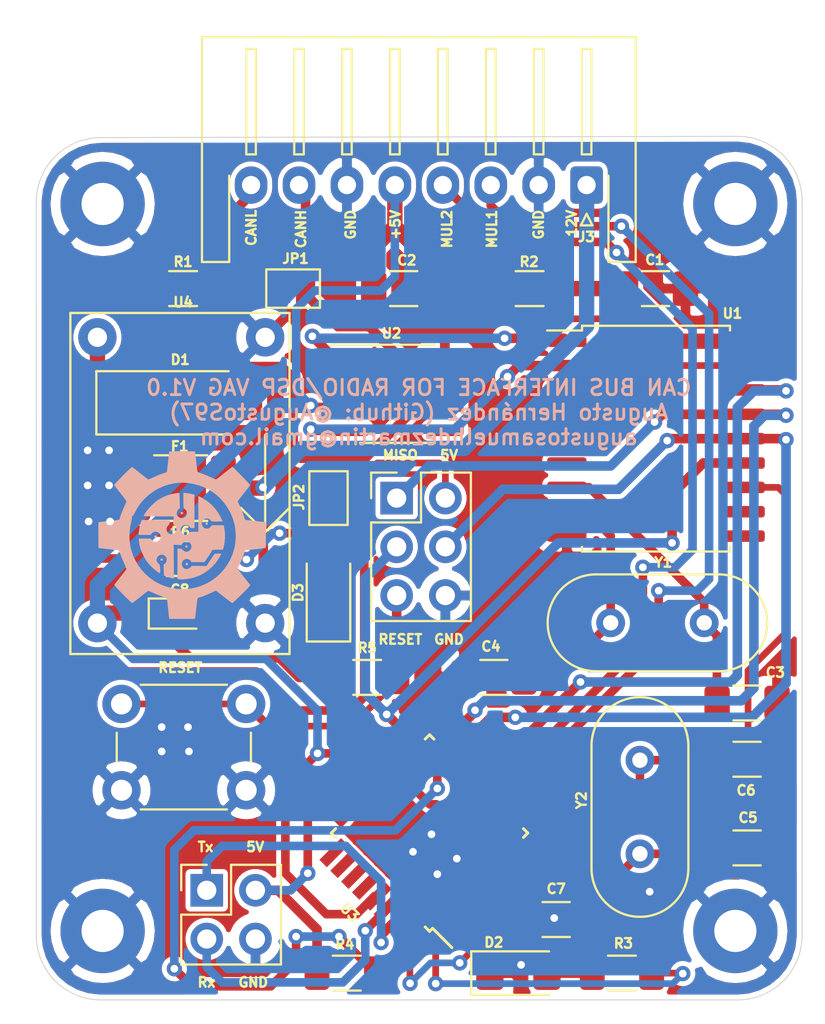
<source format=kicad_pcb>
(kicad_pcb (version 20171130) (host pcbnew "(5.1.10)-1")
  (title_block (title "CANBUS Radio VAG Controller") (date 2023-01-14) (rev 1.0) (company "Augusto Samuel Hernández Martín"))
  (layers (0 F.Cu signal) (31 B.Cu signal) (34 B.Paste user) (35 F.Paste user) (36 B.SilkS user) (37 F.SilkS user) (38 B.Mask user) (39 F.Mask user) (44 Edge.Cuts user))
  (net 0 "")
  (net 1 GND)
  (net 2 +5V)
  (net 3 "Net-(C3-Pad1)")
  (net 4 /RESET)
  (net 5 CANH)
  (net 6 CANL)
  (net 7 TX)
  (net 8 RX)
  (net 9 /MOSI)
  (net 10 /SCK)
  (net 11 /MISO)
  (net 12 /SS_MCP)
  (net 13 MCP_INT)
  (net 14 RXCAN)
  (net 15 TXCAN)
  (net 16 "Net-(C4-Pad1)")
  (net 17 "Net-(C5-Pad1)")
  (net 18 "Net-(C6-Pad1)")
  (net 19 "Net-(D1-Pad2)")
  (net 20 "Net-(D1-Pad1)")
  (net 21 "Net-(D2-Pad2)")
  (net 22 "Net-(D3-Pad2)")
  (net 23 +12V)
  (net 24 /MULT_2)
  (net 25 /MULT_1)
  (net 26 "Net-(JP1-Pad2)")
  (net 27 "Net-(JP2-Pad2)")
  (net 28 "Net-(R2-Pad2)")
  (net 29 "Net-(R3-Pad1)")
  (module SmartBMS:MP2307 (layer F.Cu) (at 81.9785 60.452 270)
    (fp_text reference U4 (at -1.8288 4.2799 180) (layer F.SilkS) (effects (font (size 0.5 0.5) (thickness 0.125))))
    (fp_text value MP2307)
    (pad 3 thru_hole circle (at 14.9 8.75 270) (size 2 2) (drill 1) (layers *.Cu *.Mask) (net 2 +5V))
    (pad 1 thru_hole circle (at 0 8.75 270) (size 2 2) (drill 1) (layers *.Cu *.Mask) (net 20 "Net-(D1-Pad1)"))
    (pad 4 thru_hole circle (at 14.9 0 270) (size 2 2) (drill 1) (layers *.Cu *.Mask) (net 1 GND))
    (pad 2 thru_hole circle (at 0 0 270) (size 2 2) (drill 1) (layers *.Cu *.Mask) (net 1 GND))
  )
  (module logos_pcb:logo_augusto (layer B.Cu) (at 77.6478 70.7644)
    (fp_text reference G*** hide)
    (fp_text value LOGO hide)
  )
  (module MountingHole:MountingHole_2.2mm_M2_Pad (layer F.Cu) (at 73.5 91.4)
    (fp_text reference H4 hide)
    (fp_text value MountingHole hide)
    (pad 1 thru_hole circle (at 0 0) (size 4.4 4.4) (drill 2.2) (layers *.Cu *.Mask) (net 1 GND))
  )
  (module MountingHole:MountingHole_2.2mm_M2_Pad (layer F.Cu) (at 106.5 91.4)
    (fp_text reference H3 hide)
    (fp_text value MountingHole hide)
    (pad 1 thru_hole circle (at 0 0) (size 4.4 4.4) (drill 2.2) (layers *.Cu *.Mask) (net 1 GND))
  )
  (module MountingHole:MountingHole_2.2mm_M2_Pad (layer F.Cu) (at 73.5 53.5)
    (fp_text reference H2 hide)
    (fp_text value MountingHole hide)
    (pad 1 thru_hole circle (at 0 0) (size 4.4 4.4) (drill 2.2) (layers *.Cu *.Mask) (net 1 GND))
  )
  (module MountingHole:MountingHole_2.2mm_M2_Pad (layer F.Cu) (at 106.5 53.5)
    (fp_text reference H1 hide)
    (fp_text value MountingHole hide)
    (pad 1 thru_hole circle (at 0 0) (size 4.4 4.4) (drill 2.2) (layers *.Cu *.Mask) (net 1 GND))
  )
  (module Diode_SMD:D_SMA_Handsoldering (layer F.Cu) (at 77.5716 63.8683)
    (fp_text reference D1 (at -0.0254 -2.2479) (layer F.SilkS) (effects (font (size 0.5 0.5) (thickness 0.125))))
    (fp_text value 1N4007)
    (pad 2 smd rect (at 2.5 0) (size 3.5 1.8) (layers F.Cu F.Paste F.Mask) (net 19 "Net-(D1-Pad2)"))
    (pad 1 smd rect (at -2.5 0) (size 3.5 1.8) (layers F.Cu F.Paste F.Mask) (net 20 "Net-(D1-Pad1)"))
  )
  (module SmartBMS:TQFP-32_7x7mm_P0.8mm (layer F.Cu) (at 90.551 86.2965 135)
    (fp_text reference U3 (at 0.026941 -5.864107 135) (layer F.SilkS) (effects (font (size 0.5 0.5) (thickness 0.125))))
    (fp_text value ATmega328P-PU)
    (pad 32 smd rect (at -2.8 -4.25 225) (size 1.6 0.55) (layers F.Cu F.Paste F.Mask) (net 13 MCP_INT))
    (pad 31 smd rect (at -2 -4.25 225) (size 1.6 0.55) (layers F.Cu F.Paste F.Mask) (net 7 TX))
    (pad 30 smd rect (at -1.2 -4.25 225) (size 1.6 0.55) (layers F.Cu F.Paste F.Mask) (net 8 RX))
    (pad 29 smd rect (at -0.4 -4.25 225) (size 1.6 0.55) (layers F.Cu F.Paste F.Mask) (net 4 /RESET))
    (pad 28 smd rect (at 0.4 -4.25 225) (size 1.6 0.55) (layers F.Cu F.Paste F.Mask))
    (pad 27 smd rect (at 1.2 -4.25 225) (size 1.6 0.55) (layers F.Cu F.Paste F.Mask))
    (pad 26 smd rect (at 2 -4.25 225) (size 1.6 0.55) (layers F.Cu F.Paste F.Mask))
    (pad 25 smd rect (at 2.8 -4.25 225) (size 1.6 0.55) (layers F.Cu F.Paste F.Mask))
    (pad 24 smd rect (at 4.25 -2.8 135) (size 1.6 0.55) (layers F.Cu F.Paste F.Mask))
    (pad 23 smd rect (at 4.25 -2 135) (size 1.6 0.55) (layers F.Cu F.Paste F.Mask))
    (pad 22 smd rect (at 4.25 -1.2 135) (size 1.6 0.55) (layers F.Cu F.Paste F.Mask))
    (pad 21 smd rect (at 4.25 -0.4 135) (size 1.6 0.55) (layers F.Cu F.Paste F.Mask) (net 1 GND))
    (pad 20 smd rect (at 4.25 0.4 135) (size 1.6 0.55) (layers F.Cu F.Paste F.Mask) (net 2 +5V))
    (pad 19 smd rect (at 4.25 1.2 135) (size 1.6 0.55) (layers F.Cu F.Paste F.Mask))
    (pad 18 smd rect (at 4.25 2 135) (size 1.6 0.55) (layers F.Cu F.Paste F.Mask) (net 2 +5V))
    (pad 17 smd rect (at 4.25 2.8 135) (size 1.6 0.55) (layers F.Cu F.Paste F.Mask) (net 10 /SCK))
    (pad 16 smd rect (at 2.8 4.25 225) (size 1.6 0.55) (layers F.Cu F.Paste F.Mask) (net 11 /MISO))
    (pad 15 smd rect (at 2 4.25 225) (size 1.6 0.55) (layers F.Cu F.Paste F.Mask) (net 9 /MOSI))
    (pad 14 smd rect (at 1.2 4.25 225) (size 1.6 0.55) (layers F.Cu F.Paste F.Mask) (net 12 /SS_MCP))
    (pad 13 smd rect (at 0.4 4.25 225) (size 1.6 0.55) (layers F.Cu F.Paste F.Mask) (net 24 /MULT_2))
    (pad 12 smd rect (at -0.4 4.25 225) (size 1.6 0.55) (layers F.Cu F.Paste F.Mask) (net 25 /MULT_1))
    (pad 11 smd rect (at -1.2 4.25 225) (size 1.6 0.55) (layers F.Cu F.Paste F.Mask))
    (pad 10 smd rect (at -2 4.25 225) (size 1.6 0.55) (layers F.Cu F.Paste F.Mask))
    (pad 9 smd rect (at -2.8 4.25 225) (size 1.6 0.55) (layers F.Cu F.Paste F.Mask))
    (pad 8 smd rect (at -4.25 2.8 135) (size 1.6 0.55) (layers F.Cu F.Paste F.Mask) (net 18 "Net-(C6-Pad1)"))
    (pad 7 smd rect (at -4.25 2 135) (size 1.6 0.55) (layers F.Cu F.Paste F.Mask) (net 17 "Net-(C5-Pad1)"))
    (pad 6 smd rect (at -4.25 1.2 135) (size 1.6 0.55) (layers F.Cu F.Paste F.Mask) (net 2 +5V))
    (pad 5 smd rect (at -4.25 0.4 135) (size 1.6 0.55) (layers F.Cu F.Paste F.Mask) (net 1 GND))
    (pad 4 smd rect (at -4.25 -0.4 135) (size 1.6 0.55) (layers F.Cu F.Paste F.Mask) (net 2 +5V))
    (pad 3 smd rect (at -4.25 -1.2 135) (size 1.6 0.55) (layers F.Cu F.Paste F.Mask) (net 1 GND))
    (pad 2 smd rect (at -4.25 -2 135) (size 1.6 0.55) (layers F.Cu F.Paste F.Mask))
    (pad 1 smd rect (at -4.25 -2.8 135) (size 1.6 0.55) (layers F.Cu F.Paste F.Mask) (net 29 "Net-(R3-Pad1)"))
  )
  (module Crystal:Crystal_HC49-4H_Vertical (layer F.Cu) (at 101.5238 82.4992 270)
    (fp_text reference Y2 (at 2.0828 3.048 90) (layer F.SilkS) (effects (font (size 0.5 0.5) (thickness 0.125))))
    (fp_text value 16MHz)
    (pad 2 thru_hole circle (at 4.88 0 270) (size 1.5 1.5) (drill 0.8) (layers *.Cu *.Mask) (net 17 "Net-(C5-Pad1)"))
    (pad 1 thru_hole circle (at 0 0 270) (size 1.5 1.5) (drill 0.8) (layers *.Cu *.Mask) (net 18 "Net-(C6-Pad1)"))
  )
  (module Crystal:Crystal_HC49-4H_Vertical (layer F.Cu) (at 104.8766 75.3364 180)
    (fp_text reference Y1 (at 2.1336 3.1496) (layer F.SilkS) (effects (font (size 0.5 0.5) (thickness 0.125))))
    (fp_text value 8MHz)
    (pad 2 thru_hole circle (at 4.88 0 180) (size 1.5 1.5) (drill 0.8) (layers *.Cu *.Mask) (net 16 "Net-(C4-Pad1)"))
    (pad 1 thru_hole circle (at 0 0 180) (size 1.5 1.5) (drill 0.8) (layers *.Cu *.Mask) (net 3 "Net-(C3-Pad1)"))
  )
  (module Package_SO:SOIC-8_3.9x4.9mm_P1.27mm (layer F.Cu) (at 88.8746 63.3984)
    (fp_text reference U2 (at -0.3048 -3.1496) (layer F.SilkS) (effects (font (size 0.5 0.5) (thickness 0.125))))
    (fp_text value TJA1050T)
    (pad 8 smd roundrect (at 2.475 -1.905) (size 1.95 0.6) (layers F.Cu F.Paste F.Mask) (net 1 GND))
    (pad 7 smd roundrect (at 2.475 -0.635) (size 1.95 0.6) (layers F.Cu F.Paste F.Mask) (net 5 CANH))
    (pad 6 smd roundrect (at 2.475 0.635) (size 1.95 0.6) (layers F.Cu F.Paste F.Mask) (net 6 CANL))
    (pad 5 smd roundrect (at 2.475 1.905) (size 1.95 0.6) (layers F.Cu F.Paste F.Mask))
    (pad 4 smd roundrect (at -2.475 1.905) (size 1.95 0.6) (layers F.Cu F.Paste F.Mask) (net 14 RXCAN))
    (pad 3 smd roundrect (at -2.475 0.635) (size 1.95 0.6) (layers F.Cu F.Paste F.Mask) (net 2 +5V))
    (pad 2 smd roundrect (at -2.475 -0.635) (size 1.95 0.6) (layers F.Cu F.Paste F.Mask) (net 1 GND))
    (pad 1 smd roundrect (at -2.475 -1.905) (size 1.95 0.6) (layers F.Cu F.Paste F.Mask) (net 15 TXCAN))
  )
  (module Package_SO:SOIC-18W_7.5x11.6mm_P1.27mm (layer F.Cu) (at 102.362 65.7352)
    (fp_text reference U1 (at 3.9878 -6.5278) (layer F.SilkS) (effects (font (size 0.5 0.5) (thickness 0.125))))
    (fp_text value MCP2515-xSO)
    (pad 18 smd roundrect (at 4.65 -5.08) (size 2.05 0.6) (layers F.Cu F.Paste F.Mask) (net 2 +5V))
    (pad 17 smd roundrect (at 4.65 -3.81) (size 2.05 0.6) (layers F.Cu F.Paste F.Mask) (net 28 "Net-(R2-Pad2)"))
    (pad 16 smd roundrect (at 4.65 -2.54) (size 2.05 0.6) (layers F.Cu F.Paste F.Mask) (net 12 /SS_MCP))
    (pad 15 smd roundrect (at 4.65 -1.27) (size 2.05 0.6) (layers F.Cu F.Paste F.Mask) (net 11 /MISO))
    (pad 14 smd roundrect (at 4.65 0) (size 2.05 0.6) (layers F.Cu F.Paste F.Mask) (net 9 /MOSI))
    (pad 13 smd roundrect (at 4.65 1.27) (size 2.05 0.6) (layers F.Cu F.Paste F.Mask) (net 10 /SCK))
    (pad 12 smd roundrect (at 4.65 2.54) (size 2.05 0.6) (layers F.Cu F.Paste F.Mask) (net 13 MCP_INT))
    (pad 11 smd roundrect (at 4.65 3.81) (size 2.05 0.6) (layers F.Cu F.Paste F.Mask))
    (pad 10 smd roundrect (at 4.65 5.08) (size 2.05 0.6) (layers F.Cu F.Paste F.Mask))
    (pad 9 smd roundrect (at -4.65 5.08) (size 2.05 0.6) (layers F.Cu F.Paste F.Mask) (net 1 GND))
    (pad 8 smd roundrect (at -4.65 3.81) (size 2.05 0.6) (layers F.Cu F.Paste F.Mask) (net 16 "Net-(C4-Pad1)"))
    (pad 7 smd roundrect (at -4.65 2.54) (size 2.05 0.6) (layers F.Cu F.Paste F.Mask) (net 3 "Net-(C3-Pad1)"))
    (pad 6 smd roundrect (at -4.65 1.27) (size 2.05 0.6) (layers F.Cu F.Paste F.Mask))
    (pad 5 smd roundrect (at -4.65 0) (size 2.05 0.6) (layers F.Cu F.Paste F.Mask))
    (pad 4 smd roundrect (at -4.65 -1.27) (size 2.05 0.6) (layers F.Cu F.Paste F.Mask))
    (pad 3 smd roundrect (at -4.65 -2.54) (size 2.05 0.6) (layers F.Cu F.Paste F.Mask))
    (pad 2 smd roundrect (at -4.65 -3.81) (size 2.05 0.6) (layers F.Cu F.Paste F.Mask) (net 14 RXCAN))
    (pad 1 smd roundrect (at -4.65 -5.08) (size 2.05 0.6) (layers F.Cu F.Paste F.Mask) (net 15 TXCAN))
  )
  (module Button_Switch_THT:SW_PUSH_6mm_H5mm (layer F.Cu) (at 74.4855 79.5655)
    (fp_text reference SW1 hide)
    (fp_text value SW_Push-Switch)
    (pad 1 thru_hole circle (at 6.5 0 90) (size 2 2) (drill 1.1) (layers *.Cu *.Mask) (net 4 /RESET))
    (pad 2 thru_hole circle (at 6.5 4.5 90) (size 2 2) (drill 1.1) (layers *.Cu *.Mask) (net 1 GND))
    (pad 1 thru_hole circle (at 0 0 90) (size 2 2) (drill 1.1) (layers *.Cu *.Mask) (net 4 /RESET))
    (pad 2 thru_hole circle (at 0 4.5 90) (size 2 2) (drill 1.1) (layers *.Cu *.Mask) (net 1 GND))
  )
  (module Resistor_SMD:R_1206_3216Metric_Pad1.30x1.75mm_HandSolder (layer F.Cu) (at 77.5716 71.9836)
    (fp_text reference R6 (at 0 -1.3716) (layer F.SilkS) (effects (font (size 0.5 0.5) (thickness 0.125))))
    (fp_text value 10K)
    (pad 2 smd roundrect (at 1.55 0) (size 1.3 1.75) (layers F.Cu F.Paste F.Mask) (roundrect_rratio 0.192308) (net 22 "Net-(D3-Pad2)"))
    (pad 1 smd roundrect (at -1.55 0) (size 1.3 1.75) (layers F.Cu F.Paste F.Mask) (roundrect_rratio 0.192308) (net 27 "Net-(JP2-Pad2)"))
  )
  (module Resistor_SMD:R_1206_3216Metric_Pad1.30x1.75mm_HandSolder (layer F.Cu) (at 87.2998 78.1812)
    (fp_text reference R5 (at 0 -1.5367) (layer F.SilkS) (effects (font (size 0.5 0.5) (thickness 0.125))))
    (fp_text value 1k)
    (pad 2 smd roundrect (at 1.55 0) (size 1.3 1.75) (layers F.Cu F.Paste F.Mask) (roundrect_rratio 0.192308) (net 4 /RESET))
    (pad 1 smd roundrect (at -1.55 0) (size 1.3 1.75) (layers F.Cu F.Paste F.Mask) (roundrect_rratio 0.192308) (net 2 +5V))
  )
  (module Resistor_SMD:R_1206_3216Metric_Pad1.30x1.75mm_HandSolder (layer F.Cu) (at 86.233 93.599)
    (fp_text reference R4 (at -0.1016 -1.4986) (layer F.SilkS) (effects (font (size 0.5 0.5) (thickness 0.125))))
    (fp_text value 5k)
    (pad 2 smd roundrect (at 1.55 0) (size 1.3 1.75) (layers F.Cu F.Paste F.Mask) (roundrect_rratio 0.192308) (net 11 /MISO))
    (pad 1 smd roundrect (at -1.55 0) (size 1.3 1.75) (layers F.Cu F.Paste F.Mask) (roundrect_rratio 0.192308) (net 2 +5V))
  )
  (module Resistor_SMD:R_1206_3216Metric_Pad1.30x1.75mm_HandSolder (layer F.Cu) (at 100.584 93.599 180)
    (fp_text reference R3 (at -0.0762 1.5494) (layer F.SilkS) (effects (font (size 0.5 0.5) (thickness 0.125))))
    (fp_text value 10K)
    (pad 2 smd roundrect (at 1.55 0 180) (size 1.3 1.75) (layers F.Cu F.Paste F.Mask) (roundrect_rratio 0.192308) (net 21 "Net-(D2-Pad2)"))
    (pad 1 smd roundrect (at -1.55 0 180) (size 1.3 1.75) (layers F.Cu F.Paste F.Mask) (roundrect_rratio 0.192308) (net 29 "Net-(R3-Pad1)"))
  )
  (module Resistor_SMD:R_1206_3216Metric_Pad1.30x1.75mm_HandSolder (layer F.Cu) (at 95.7696 57.912 180)
    (fp_text reference R2 (at 0.0254 1.397) (layer F.SilkS) (effects (font (size 0.5 0.5) (thickness 0.125))))
    (fp_text value 10k)
    (pad 2 smd roundrect (at 1.55 0 180) (size 1.3 1.75) (layers F.Cu F.Paste F.Mask) (roundrect_rratio 0.192308) (net 28 "Net-(R2-Pad2)"))
    (pad 1 smd roundrect (at -1.55 0 180) (size 1.3 1.75) (layers F.Cu F.Paste F.Mask) (roundrect_rratio 0.192308) (net 2 +5V))
  )
  (module Resistor_SMD:R_1206_3216Metric_Pad1.30x1.75mm_HandSolder (layer F.Cu) (at 77.6986 57.912 180)
    (fp_text reference R1 (at 0 1.397) (layer F.SilkS) (effects (font (size 0.5 0.5) (thickness 0.125))))
    (fp_text value 120R)
    (pad 2 smd roundrect (at 1.55 0 180) (size 1.3 1.75) (layers F.Cu F.Paste F.Mask) (roundrect_rratio 0.192308) (net 6 CANL))
    (pad 1 smd roundrect (at -1.55 0 180) (size 1.3 1.75) (layers F.Cu F.Paste F.Mask) (roundrect_rratio 0.192308) (net 26 "Net-(JP1-Pad2)"))
  )
  (module Jumper:SolderJumper-2_P1.3mm_Open_Pad1.0x1.5mm (layer F.Cu) (at 85.2805 68.834 270)
    (fp_text reference JP2 (at -0.0508 1.5367 90) (layer F.SilkS) (effects (font (size 0.5 0.5) (thickness 0.125))))
    (fp_text value ON-LED)
    (pad 1 smd rect (at -0.65 0 270) (size 1 1.5) (layers F.Cu F.Mask) (net 2 +5V))
    (pad 2 smd rect (at 0.65 0 270) (size 1 1.5) (layers F.Cu F.Mask) (net 27 "Net-(JP2-Pad2)"))
  )
  (module Jumper:SolderJumper-2_P1.3mm_Open_Pad1.0x1.5mm (layer F.Cu) (at 83.4356 57.912 180)
    (fp_text reference JP1 (at -0.127 1.5621) (layer F.SilkS) (effects (font (size 0.5 0.5) (thickness 0.125))))
    (fp_text value CAN-TERM-JUMPER)
    (pad 1 smd rect (at -0.65 0 180) (size 1 1.5) (layers F.Cu F.Mask) (net 5 CANH))
    (pad 2 smd rect (at 0.65 0 180) (size 1 1.5) (layers F.Cu F.Mask) (net 26 "Net-(JP1-Pad2)"))
  )
  (module Connector_JST:JST_XH_S8B-XH-A-1_1x08_P2.50mm_Horizontal (layer F.Cu) (at 98.7425 52.5145 180)
    (fp_text reference J3 (at 0.0127 -2.7051) (layer F.SilkS) (effects (font (size 0.5 0.5) (thickness 0.125))))
    (fp_text value CAR)
    (pad 8 thru_hole oval (at 17.5 0 180) (size 1.7 1.95) (drill 0.95) (layers *.Cu *.Mask) (net 6 CANL))
    (pad 7 thru_hole oval (at 15 0 180) (size 1.7 1.95) (drill 0.95) (layers *.Cu *.Mask) (net 5 CANH))
    (pad 6 thru_hole oval (at 12.5 0 180) (size 1.7 1.95) (drill 0.95) (layers *.Cu *.Mask) (net 1 GND))
    (pad 5 thru_hole oval (at 10 0 180) (size 1.7 1.95) (drill 0.95) (layers *.Cu *.Mask) (net 2 +5V))
    (pad 4 thru_hole oval (at 7.5 0 180) (size 1.7 1.95) (drill 0.95) (layers *.Cu *.Mask) (net 24 /MULT_2))
    (pad 3 thru_hole oval (at 5 0 180) (size 1.7 1.95) (drill 0.95) (layers *.Cu *.Mask) (net 25 /MULT_1))
    (pad 2 thru_hole oval (at 2.5 0 180) (size 1.7 1.95) (drill 0.95) (layers *.Cu *.Mask) (net 1 GND))
    (pad 1 thru_hole roundrect (at 0 0 180) (size 1.7 1.95) (drill 0.95) (layers *.Cu *.Mask) (roundrect_rratio 0.147059) (net 23 +12V))
  )
  (module Connector_PinHeader_2.54mm:PinHeader_2x03_P2.54mm_Vertical (layer F.Cu) (at 88.8365 68.834)
    (fp_text reference J2 hide)
    (fp_text value ICSP)
    (pad 6 thru_hole oval (at 2.54 5.08) (size 1.7 1.7) (drill 1) (layers *.Cu *.Mask) (net 1 GND))
    (pad 5 thru_hole oval (at 0 5.08) (size 1.7 1.7) (drill 1) (layers *.Cu *.Mask) (net 4 /RESET))
    (pad 4 thru_hole oval (at 2.54 2.54) (size 1.7 1.7) (drill 1) (layers *.Cu *.Mask) (net 9 /MOSI))
    (pad 3 thru_hole oval (at 0 2.54) (size 1.7 1.7) (drill 1) (layers *.Cu *.Mask) (net 10 /SCK))
    (pad 2 thru_hole oval (at 2.54 0) (size 1.7 1.7) (drill 1) (layers *.Cu *.Mask) (net 2 +5V))
    (pad 1 thru_hole rect (at 0 0) (size 1.7 1.7) (drill 1) (layers *.Cu *.Mask) (net 11 /MISO))
  )
  (module Connector_PinHeader_2.54mm:PinHeader_2x02_P2.54mm_Vertical (layer F.Cu) (at 78.9305 89.281)
    (fp_text reference J1 hide)
    (fp_text value UART)
    (pad 4 thru_hole oval (at 2.54 2.54) (size 1.7 1.7) (drill 1) (layers *.Cu *.Mask) (net 1 GND))
    (pad 3 thru_hole oval (at 0 2.54) (size 1.7 1.7) (drill 1) (layers *.Cu *.Mask) (net 8 RX))
    (pad 2 thru_hole oval (at 2.54 0) (size 1.7 1.7) (drill 1) (layers *.Cu *.Mask) (net 2 +5V))
    (pad 1 thru_hole rect (at 0 0) (size 1.7 1.7) (drill 1) (layers *.Cu *.Mask) (net 7 TX))
  )
  (module Fuse:Fuse_1812_4532Metric_Pad1.30x3.40mm_HandSolder (layer F.Cu) (at 77.5716 68.3133 180)
    (fp_text reference F1 (at 0.0508 2.1717) (layer F.SilkS) (effects (font (size 0.5 0.5) (thickness 0.125))))
    (fp_text value "fuse 1A")
    (pad 2 smd roundrect (at 2.225 0 180) (size 1.3 3.4) (layers F.Cu F.Paste F.Mask) (roundrect_rratio 0.192308) (net 19 "Net-(D1-Pad2)"))
    (pad 1 smd roundrect (at -2.225 0 180) (size 1.3 3.4) (layers F.Cu F.Paste F.Mask) (roundrect_rratio 0.192308) (net 23 +12V))
  )
  (module LED_SMD:LED_1206_3216Metric_Pad1.42x1.75mm_HandSolder (layer F.Cu) (at 85.2805 73.8505 90)
    (fp_text reference D3 (at 0.0889 -1.5875 90) (layer F.SilkS) (effects (font (size 0.5 0.5) (thickness 0.125))))
    (fp_text value LED)
    (pad 2 smd roundrect (at 1.4875 0 90) (size 1.425 1.75) (layers F.Cu F.Paste F.Mask) (roundrect_rratio 0.175439) (net 22 "Net-(D3-Pad2)"))
    (pad 1 smd roundrect (at -1.4875 0 90) (size 1.425 1.75) (layers F.Cu F.Paste F.Mask) (roundrect_rratio 0.175439) (net 1 GND))
  )
  (module LED_SMD:LED_1206_3216Metric_Pad1.42x1.75mm_HandSolder (layer F.Cu) (at 95.1865 93.599)
    (fp_text reference D2 (at -1.2827 -1.6002) (layer F.SilkS) (effects (font (size 0.5 0.5) (thickness 0.125))))
    (fp_text value LED)
    (pad 2 smd roundrect (at 1.4875 0) (size 1.425 1.75) (layers F.Cu F.Paste F.Mask) (roundrect_rratio 0.175439) (net 21 "Net-(D2-Pad2)"))
    (pad 1 smd roundrect (at -1.4875 0) (size 1.425 1.75) (layers F.Cu F.Paste F.Mask) (roundrect_rratio 0.175439) (net 1 GND))
  )
  (module Capacitor_Tantalum_SMD:CP_EIA-1608-10_AVX-L_Pad1.25x1.05mm_HandSolder (layer F.Cu) (at 77.5916 74.8538)
    (fp_text reference C8 (at -0.0635 -1.2446) (layer F.SilkS) (effects (font (size 0.5 0.5) (thickness 0.125))))
    (fp_text value 1uF)
    (pad 2 smd roundrect (at 0.8 0) (size 1.25 1.05) (layers F.Cu F.Paste F.Mask) (roundrect_rratio 0.238095) (net 1 GND))
    (pad 1 smd roundrect (at -0.8 0) (size 1.25 1.05) (layers F.Cu F.Paste F.Mask) (roundrect_rratio 0.238095) (net 2 +5V))
  )
  (module Capacitor_SMD:C_1206_3216Metric_Pad1.33x1.80mm_HandSolder (layer F.Cu) (at 97.155 90.805)
    (fp_text reference C7 (at 0 -1.6002) (layer F.SilkS) (effects (font (size 0.5 0.5) (thickness 0.125))))
    (fp_text value 100nF)
    (pad 2 smd roundrect (at 1.5625 0) (size 1.325 1.8) (layers F.Cu F.Paste F.Mask) (roundrect_rratio 0.188679) (net 1 GND))
    (pad 1 smd roundrect (at -1.5625 0) (size 1.325 1.8) (layers F.Cu F.Paste F.Mask) (roundrect_rratio 0.188679) (net 2 +5V))
  )
  (module Capacitor_SMD:C_1206_3216Metric_Pad1.33x1.80mm_HandSolder (layer F.Cu) (at 107.1118 82.4484)
    (fp_text reference C6 (at -0.0508 1.6256) (layer F.SilkS) (effects (font (size 0.5 0.5) (thickness 0.125))))
    (fp_text value 12-22pF)
    (pad 2 smd roundrect (at 1.5625 0) (size 1.325 1.8) (layers F.Cu F.Paste F.Mask) (roundrect_rratio 0.188679) (net 1 GND))
    (pad 1 smd roundrect (at -1.5625 0) (size 1.325 1.8) (layers F.Cu F.Paste F.Mask) (roundrect_rratio 0.188679) (net 18 "Net-(C6-Pad1)"))
  )
  (module Capacitor_SMD:C_1206_3216Metric_Pad1.33x1.80mm_HandSolder (layer F.Cu) (at 107.1118 87.0712)
    (fp_text reference C5 (at 0.0508 -1.5748) (layer F.SilkS) (effects (font (size 0.5 0.5) (thickness 0.125))))
    (fp_text value "12-22 pF")
    (pad 2 smd roundrect (at 1.5625 0) (size 1.325 1.8) (layers F.Cu F.Paste F.Mask) (roundrect_rratio 0.188679) (net 1 GND))
    (pad 1 smd roundrect (at -1.5625 0) (size 1.325 1.8) (layers F.Cu F.Paste F.Mask) (roundrect_rratio 0.188679) (net 17 "Net-(C5-Pad1)"))
  )
  (module Capacitor_SMD:C_1206_3216Metric_Pad1.33x1.80mm_HandSolder (layer F.Cu) (at 93.9038 78.1812 180)
    (fp_text reference C4 (at 0.1524 1.6129) (layer F.SilkS) (effects (font (size 0.5 0.5) (thickness 0.125))))
    (fp_text value 27pF)
    (pad 2 smd roundrect (at 1.5625 0 180) (size 1.325 1.8) (layers F.Cu F.Paste F.Mask) (roundrect_rratio 0.188679) (net 1 GND))
    (pad 1 smd roundrect (at -1.5625 0 180) (size 1.325 1.8) (layers F.Cu F.Paste F.Mask) (roundrect_rratio 0.188679) (net 16 "Net-(C4-Pad1)"))
  )
  (module Capacitor_SMD:C_1206_3216Metric_Pad1.33x1.80mm_HandSolder (layer F.Cu) (at 107.1118 79.5147)
    (fp_text reference C3 (at 1.4732 -1.5875) (layer F.SilkS) (effects (font (size 0.5 0.5) (thickness 0.125))))
    (fp_text value 27pF)
    (pad 2 smd roundrect (at 1.5625 0) (size 1.325 1.8) (layers F.Cu F.Paste F.Mask) (roundrect_rratio 0.188679) (net 1 GND))
    (pad 1 smd roundrect (at -1.5625 0) (size 1.325 1.8) (layers F.Cu F.Paste F.Mask) (roundrect_rratio 0.188679) (net 3 "Net-(C3-Pad1)"))
  )
  (module Capacitor_SMD:C_1206_3216Metric_Pad1.33x1.80mm_HandSolder (layer F.Cu) (at 89.2026 57.912)
    (fp_text reference C2 (at 0.1651 -1.4732) (layer F.SilkS) (effects (font (size 0.5 0.5) (thickness 0.125))))
    (fp_text value 100n)
    (pad 2 smd roundrect (at 1.5625 0) (size 1.325 1.8) (layers F.Cu F.Paste F.Mask) (roundrect_rratio 0.188679) (net 1 GND))
    (pad 1 smd roundrect (at -1.5625 0) (size 1.325 1.8) (layers F.Cu F.Paste F.Mask) (roundrect_rratio 0.188679) (net 2 +5V))
  )
  (module Capacitor_SMD:C_1206_3216Metric_Pad1.33x1.80mm_HandSolder (layer F.Cu) (at 102.3366 57.912)
    (fp_text reference C1 (at -0.0381 -1.4986) (layer F.SilkS) (effects (font (size 0.5 0.5) (thickness 0.125))))
    (fp_text value 100n)
    (pad 2 smd roundrect (at 1.5625 0) (size 1.325 1.8) (layers F.Cu F.Paste F.Mask) (roundrect_rratio 0.188679) (net 1 GND))
    (pad 1 smd roundrect (at -1.5625 0) (size 1.325 1.8) (layers F.Cu F.Paste F.Mask) (roundrect_rratio 0.188679) (net 2 +5V))
  )
  (gr_text "CAN BUS INTERFACE FOR RADIO/DSP VAG V1.0\nAugusto Hernández (Github: @AugustoS97)\naugustosamuelhdezmartin@gmail.com" (at 89.9922 64.3636) (layer B.SilkS) (effects (font (size 0.8 0.8)) (justify mirror)))
  (gr_text 12V (at 97.9678 54.5084 90) (layer F.SilkS) (effects (font (size 0.5 0.5) (thickness 0.125))))
  (gr_text GND (at 96.2406 54.579829 90) (layer F.SilkS) (effects (font (size 0.5 0.5) (thickness 0.125))))
  (gr_text MUL1 (at 93.8022 54.806019 90) (layer F.SilkS) (effects (font (size 0.5 0.5) (thickness 0.125))))
  (gr_text MUL2 (at 91.4654 54.806019 90) (layer F.SilkS) (effects (font (size 0.5 0.5) (thickness 0.125))))
  (gr_text +5V (at 88.773 54.579829 90) (layer F.SilkS) (effects (font (size 0.5 0.5) (thickness 0.125))))
  (gr_text GND (at 86.4362 54.579829 90) (layer F.SilkS) (effects (font (size 0.5 0.5) (thickness 0.125))))
  (gr_text CANH (at 83.8454 54.806019 90) (layer F.SilkS) (effects (font (size 0.5 0.5) (thickness 0.125))))
  (gr_text CANL (at 81.2546 54.746496 90) (layer F.SilkS) (effects (font (size 0.5 0.5) (thickness 0.125))))
  (gr_text RESET (at 77.5462 77.6732) (layer F.SilkS) (effects (font (size 0.5 0.5) (thickness 0.125))))
  (gr_text GND (at 91.567 76.2) (layer F.SilkS) (effects (font (size 0.5 0.5) (thickness 0.125))))
  (gr_text RESET (at 89.027 76.2) (layer F.SilkS) (effects (font (size 0.5 0.5) (thickness 0.125))))
  (gr_text 5V (at 91.567 66.5988) (layer F.SilkS) (effects (font (size 0.5 0.5) (thickness 0.125))))
  (gr_text MISO (at 89.027 66.5988) (layer F.SilkS) (effects (font (size 0.5 0.5) (thickness 0.125))))
  (gr_text 5V (at 81.4578 87.0204) (layer F.SilkS) (effects (font (size 0.5 0.5) (thickness 0.125))))
  (gr_text GND (at 81.3562 94.0816) (layer F.SilkS) (effects (font (size 0.5 0.5) (thickness 0.125))))
  (gr_text Rx (at 78.9178 94.0816) (layer F.SilkS) (effects (font (size 0.5 0.5) (thickness 0.125))))
  (gr_text Tx (at 78.867 87.0204) (layer F.SilkS) (effects (font (size 0.5 0.5) (thickness 0.125))))
  (gr_arc (start 106.6165 91.6305) (end 106.6165 94.996) (angle -88.91907581) (layer Edge.Cuts) (width 0.05))
  (gr_arc (start 73.406 91.6305) (end 70.0405 91.6305) (angle -88.91907581) (layer Edge.Cuts) (width 0.05))
  (gr_arc (start 106.6165 53.34) (end 109.982 53.34) (angle -88.91907581) (layer Edge.Cuts) (width 0.05))
  (gr_arc (start 73.406 53.4035) (end 73.406 50.038) (angle -88.91907581) (layer Edge.Cuts) (width 0.05))
  (gr_line (start 70.041099 53.340011) (end 70.0405 91.6305) (layer Edge.Cuts) (width 0.05))
  (gr_line (start 106.6165 94.996) (end 73.342511 94.995401) (layer Edge.Cuts) (width 0.05))
  (gr_line (start 109.982 53.34) (end 109.981401 91.693989) (layer Edge.Cuts) (width 0.05))
  (gr_line (start 73.406 50.038) (end 106.68 49.9745) (layer Edge.Cuts) (width 0.05))
  (via (at 73.8886 70.0532) (size 0.8) (drill 0.4) (layers F.Cu B.Cu) (net 1))
  (via (at 73.8378 68.1736) (size 0.8) (drill 0.4) (layers F.Cu B.Cu) (net 1))
  (via (at 73.8378 66.3448) (size 0.8) (drill 0.4) (layers F.Cu B.Cu) (net 1))
  (via (at 102.0318 89.3572) (size 0.8) (drill 0.4) (layers F.Cu B.Cu) (net 1))
  (via (at 97.0534 90.7288) (size 0.8) (drill 0.4) (layers F.Cu B.Cu) (net 1))
  (via (at 76.581 80.772) (size 0.8) (drill 0.4) (layers F.Cu B.Cu) (net 1))
  (via (at 77.9526 80.772) (size 0.8) (drill 0.4) (layers F.Cu B.Cu) (net 1))
  (via (at 76.581 82.042) (size 0.8) (drill 0.4) (layers F.Cu B.Cu) (net 1))
  (via (at 78.0034 82.042) (size 0.8) (drill 0.4) (layers F.Cu B.Cu) (net 1))
  (via (at 72.7202 66.3448) (size 0.8) (drill 0.4) (layers F.Cu B.Cu) (net 1))
  (via (at 72.7202 68.1736) (size 0.8) (drill 0.4) (layers F.Cu B.Cu) (net 1))
  (via (at 72.771 70.0532) (size 0.8) (drill 0.4) (layers F.Cu B.Cu) (net 1))
  (via (at 95.3262 93.1672) (size 0.8) (drill 0.4) (layers F.Cu B.Cu) (net 1))
  (via (at 90.6526 86.36) (size 0.8) (drill 0.4) (layers F.Cu B.Cu) (net 1))
  (via (at 91.9734 87.63) (size 0.8) (drill 0.4) (layers F.Cu B.Cu) (net 1))
  (via (at 90.9574 88.4428) (size 0.8) (drill 0.4) (layers F.Cu B.Cu) (net 1))
  (via (at 89.6874 87.2744) (size 0.8) (drill 0.4) (layers F.Cu B.Cu) (net 1))
  (segment (start 100.7741 57.912) (end 100.7741 57.9243) (width 0.5) (layer F.Cu) (net 2))
  (segment (start 103.505 60.6552) (end 107.012 60.6552) (width 0.8) (layer F.Cu) (net 2))
  (segment (start 100.7741 57.9243) (end 103.505 60.6552) (width 0.8) (layer F.Cu) (net 2))
  (segment (start 97.3196 57.912) (end 100.7741 57.912) (width 0.8) (layer F.Cu) (net 2))
  (segment (start 94.493814 90.805) (end 93.273361 89.584547) (width 0.5) (layer F.Cu) (net 2))
  (segment (start 95.5925 90.805) (end 94.493814 90.805) (width 0.5) (layer F.Cu) (net 2))
  (segment (start 82.6516 89.281) (end 81.4705 89.281) (width 0.5) (layer F.Cu) (net 2))
  (segment (start 84.683 91.3124) (end 82.6516 89.281) (width 0.5) (layer F.Cu) (net 2))
  (segment (start 84.683 93.599) (end 84.683 91.3124) (width 0.5) (layer F.Cu) (net 2))
  (segment (start 76.7662 74.8284) (end 76.7916 74.8538) (width 0.8) (layer F.Cu) (net 2))
  (segment (start 73.7521 74.8284) (end 76.7662 74.8284) (width 0.8) (layer F.Cu) (net 2))
  (segment (start 73.2285 75.352) (end 73.7521 74.8284) (width 0.8) (layer F.Cu) (net 2))
  (segment (start 76.7916 74.8538) (end 76.7916 74.2622) (width 0.5) (layer F.Cu) (net 2))
  (segment (start 76.7916 74.2622) (end 77.3938 73.66) (width 0.5) (layer F.Cu) (net 2))
  (segment (start 77.3938 73.66) (end 81.0006 73.66) (width 0.5) (layer F.Cu) (net 2))
  (segment (start 81.0006 73.66) (end 81.877798 72.782802) (width 0.5) (layer F.Cu) (net 2))
  (segment (start 81.877798 72.782802) (end 81.877798 70.254798) (width 0.5) (layer F.Cu) (net 2))
  (segment (start 81.877798 70.254798) (end 83.948596 68.184) (width 0.5) (layer F.Cu) (net 2))
  (segment (start 83.948596 68.184) (end 85.2805 68.184) (width 0.5) (layer F.Cu) (net 2))
  (segment (start 76.7916 75.9026) (end 76.7916 74.8538) (width 0.5) (layer F.Cu) (net 2))
  (segment (start 78.0542 77.1652) (end 76.7916 75.9026) (width 0.5) (layer F.Cu) (net 2))
  (segment (start 82.7278 77.1652) (end 78.0542 77.1652) (width 0.5) (layer F.Cu) (net 2))
  (segment (start 83.7438 78.1812) (end 82.7278 77.1652) (width 0.5) (layer F.Cu) (net 2))
  (segment (start 85.7498 78.1812) (end 83.7438 78.1812) (width 0.5) (layer F.Cu) (net 2))
  (segment (start 88.7425 54.6811) (end 88.7425 52.5145) (width 0.8) (layer F.Cu) (net 2))
  (segment (start 87.6401 55.7835) (end 88.7425 54.6811) (width 0.8) (layer F.Cu) (net 2))
  (segment (start 87.6401 57.912) (end 87.6401 55.7835) (width 0.8) (layer F.Cu) (net 2))
  (segment (start 95.5925 89.640944) (end 94.404732 88.453176) (width 0.35) (layer F.Cu) (net 2))
  (segment (start 95.5925 90.805) (end 95.5925 89.640944) (width 0.35) (layer F.Cu) (net 2))
  (segment (start 91.3765 67.3227) (end 91.3765 68.834) (width 0.35) (layer F.Cu) (net 2))
  (segment (start 91.059 67.0052) (end 91.3765 67.3227) (width 0.35) (layer F.Cu) (net 2))
  (segment (start 87.828097 67.0052) (end 91.059 67.0052) (width 0.35) (layer F.Cu) (net 2))
  (segment (start 86.649297 68.184) (end 87.828097 67.0052) (width 0.35) (layer F.Cu) (net 2))
  (segment (start 85.2805 68.184) (end 86.649297 68.184) (width 0.35) (layer F.Cu) (net 2))
  (segment (start 73.2285 73.3549) (end 82.5754 64.008) (width 0.8) (layer B.Cu) (net 2))
  (segment (start 82.5754 64.008) (end 84.3534 64.008) (width 0.8) (layer B.Cu) (net 2))
  (segment (start 73.2285 75.352) (end 73.2285 73.3549) (width 0.8) (layer B.Cu) (net 2))
  (segment (start 84.3788 64.0334) (end 84.3534 64.008) (width 0.35) (layer F.Cu) (net 2))
  (segment (start 86.3996 64.0334) (end 84.3788 64.0334) (width 0.35) (layer F.Cu) (net 2))
  (via (at 84.3534 64.008) (size 0.8) (drill 0.4) (layers F.Cu B.Cu) (net 2))
  (segment (start 89.579474 82.496547) (end 88.96001 81.877083) (width 0.45) (layer F.Cu) (net 2))
  (segment (start 89.579474 83.815476) (end 89.579474 82.496547) (width 0.45) (layer F.Cu) (net 2))
  (segment (start 90.890364 84.797401) (end 90.561399 84.797401) (width 0.45) (layer F.Cu) (net 2))
  (segment (start 94.404732 88.311769) (end 90.890364 84.797401) (width 0.45) (layer F.Cu) (net 2))
  (segment (start 94.404732 88.453176) (end 94.404732 88.311769) (width 0.45) (layer F.Cu) (net 2))
  (segment (start 88.844287 84.024101) (end 89.788099 84.024101) (width 0.45) (layer F.Cu) (net 2))
  (segment (start 87.828639 83.008453) (end 88.844287 84.024101) (width 0.45) (layer F.Cu) (net 2))
  (segment (start 89.788099 84.024101) (end 89.579474 83.815476) (width 0.45) (layer F.Cu) (net 2))
  (segment (start 90.561399 84.797401) (end 89.788099 84.024101) (width 0.45) (layer F.Cu) (net 2))
  (via (at 84.709 82.1436) (size 0.8) (drill 0.4) (layers F.Cu B.Cu) (net 2))
  (segment (start 86.961064 82.1436) (end 84.709 82.1436) (width 0.45) (layer F.Cu) (net 2))
  (segment (start 87.847046 81.257618) (end 86.961064 82.1436) (width 0.45) (layer F.Cu) (net 2))
  (segment (start 88.340545 81.257618) (end 87.847046 81.257618) (width 0.45) (layer F.Cu) (net 2))
  (segment (start 88.96001 81.877083) (end 88.340545 81.257618) (width 0.45) (layer F.Cu) (net 2))
  (segment (start 84.709 82.1436) (end 84.709 79.9084) (width 0.45) (layer B.Cu) (net 2))
  (segment (start 84.709 79.9084) (end 82.0166 77.216) (width 0.45) (layer B.Cu) (net 2))
  (segment (start 75.0925 77.216) (end 73.2285 75.352) (width 0.45) (layer B.Cu) (net 2))
  (segment (start 82.0166 77.216) (end 75.0925 77.216) (width 0.45) (layer B.Cu) (net 2))
  (via (at 84.200164 88.392836) (size 0.8) (drill 0.4) (layers F.Cu B.Cu) (net 2))
  (segment (start 83.312 89.281) (end 84.200164 88.392836) (width 0.45) (layer B.Cu) (net 2))
  (segment (start 81.4705 89.281) (end 83.312 89.281) (width 0.45) (layer B.Cu) (net 2))
  (segment (start 84.200164 82.652436) (end 84.709 82.1436) (width 0.45) (layer F.Cu) (net 2))
  (segment (start 84.200164 88.392836) (end 84.200164 82.652436) (width 0.45) (layer F.Cu) (net 2))
  (segment (start 90.3986 56.3372) (end 88.7425 54.6811) (width 0.8) (layer F.Cu) (net 2))
  (segment (start 95.7448 56.3372) (end 90.3986 56.3372) (width 0.8) (layer F.Cu) (net 2))
  (segment (start 97.3196 57.912) (end 95.7448 56.3372) (width 0.8) (layer F.Cu) (net 2))
  (segment (start 88.7425 57.2821) (end 88.7425 52.5145) (width 0.45) (layer B.Cu) (net 2))
  (segment (start 88.011 58.0136) (end 88.7425 57.2821) (width 0.45) (layer B.Cu) (net 2))
  (segment (start 84.5566 58.0136) (end 88.011 58.0136) (width 0.45) (layer B.Cu) (net 2))
  (segment (start 83.5914 58.9788) (end 84.5566 58.0136) (width 0.45) (layer B.Cu) (net 2))
  (segment (start 83.5914 63.246) (end 83.5914 58.9788) (width 0.45) (layer B.Cu) (net 2))
  (segment (start 84.3534 64.008) (end 83.5914 63.246) (width 0.45) (layer B.Cu) (net 2))
  (segment (start 105.537 79.5024) (end 105.5493 79.5147) (width 0.45) (layer F.Cu) (net 3))
  (segment (start 105.537 75.9968) (end 105.537 79.5024) (width 0.45) (layer F.Cu) (net 3))
  (segment (start 104.8766 75.3364) (end 105.537 75.9968) (width 0.45) (layer F.Cu) (net 3))
  (segment (start 104.8766 74.27574) (end 98.87606 68.2752) (width 0.45) (layer F.Cu) (net 3))
  (segment (start 98.87606 68.2752) (end 97.712 68.2752) (width 0.45) (layer F.Cu) (net 3))
  (segment (start 104.8766 75.3364) (end 104.8766 74.27574) (width 0.45) (layer F.Cu) (net 3))
  (segment (start 74.4855 79.5655) (end 80.9855 79.5655) (width 0.35) (layer F.Cu) (net 4))
  (segment (start 88.8365 78.1679) (end 88.8498 78.1812) (width 0.5) (layer F.Cu) (net 4))
  (segment (start 88.8365 73.914) (end 88.8365 78.1679) (width 0.5) (layer F.Cu) (net 4))
  (segment (start 88.8498 78.3584) (end 88.8498 78.1812) (width 0.35) (layer F.Cu) (net 4))
  (segment (start 86.487 80.7212) (end 88.8498 78.3584) (width 0.35) (layer F.Cu) (net 4))
  (segment (start 82.1412 80.7212) (end 86.487 80.7212) (width 0.35) (layer F.Cu) (net 4))
  (segment (start 80.9855 79.5655) (end 82.1412 80.7212) (width 0.35) (layer F.Cu) (net 4))
  (segment (start 87.687231 89.584547) (end 86.746178 90.5256) (width 0.45) (layer F.Cu) (net 4))
  (segment (start 87.828639 89.584547) (end 87.687231 89.584547) (width 0.45) (layer F.Cu) (net 4))
  (segment (start 86.746178 90.5256) (end 85.1662 90.5256) (width 0.45) (layer F.Cu) (net 4))
  (segment (start 85.1662 90.5256) (end 83.0326 88.392) (width 0.45) (layer F.Cu) (net 4))
  (segment (start 83.0326 81.6126) (end 80.9855 79.5655) (width 0.45) (layer F.Cu) (net 4))
  (segment (start 83.0326 88.392) (end 83.0326 81.6126) (width 0.45) (layer F.Cu) (net 4))
  (segment (start 84.0856 52.8576) (end 83.7425 52.5145) (width 0.5) (layer F.Cu) (net 5))
  (segment (start 84.0856 57.912) (end 84.0856 52.8576) (width 0.5) (layer F.Cu) (net 5))
  (segment (start 84.0856 57.912) (end 84.0856 58.203) (width 0.5) (layer F.Cu) (net 5))
  (segment (start 84.0856 58.203) (end 85.7758 59.8932) (width 0.5) (layer F.Cu) (net 5))
  (segment (start 85.7758 59.8932) (end 87.4014 59.8932) (width 0.5) (layer F.Cu) (net 5))
  (segment (start 90.2716 62.7634) (end 91.3496 62.7634) (width 0.5) (layer F.Cu) (net 5))
  (segment (start 87.4014 59.8932) (end 90.2716 62.7634) (width 0.5) (layer F.Cu) (net 5))
  (segment (start 77.1906 54.7116) (end 79.5274 54.7116) (width 0.5) (layer F.Cu) (net 6))
  (segment (start 76.1486 55.7536) (end 77.1906 54.7116) (width 0.5) (layer F.Cu) (net 6))
  (segment (start 81.2425 52.9965) (end 81.2425 52.5145) (width 0.5) (layer F.Cu) (net 6))
  (segment (start 79.5274 54.7116) (end 81.2425 52.9965) (width 0.5) (layer F.Cu) (net 6))
  (segment (start 76.1486 57.912) (end 76.1486 55.7536) (width 0.5) (layer F.Cu) (net 6))
  (segment (start 89.916 64.0334) (end 91.3496 64.0334) (width 0.5) (layer F.Cu) (net 6))
  (segment (start 87.1982 66.7512) (end 89.916 64.0334) (width 0.5) (layer F.Cu) (net 6))
  (segment (start 83.439 66.3448) (end 83.8454 66.7512) (width 0.5) (layer F.Cu) (net 6))
  (segment (start 83.439 62.5856) (end 83.439 66.3448) (width 0.5) (layer F.Cu) (net 6))
  (segment (start 82.8294 61.976) (end 83.439 62.5856) (width 0.5) (layer F.Cu) (net 6))
  (segment (start 78.7146 61.976) (end 82.8294 61.976) (width 0.5) (layer F.Cu) (net 6))
  (segment (start 76.1486 59.41) (end 78.7146 61.976) (width 0.5) (layer F.Cu) (net 6))
  (segment (start 83.8454 66.7512) (end 87.1982 66.7512) (width 0.5) (layer F.Cu) (net 6))
  (segment (start 76.1486 57.912) (end 76.1486 59.41) (width 0.5) (layer F.Cu) (net 6))
  (via (at 88.02321 92.003777) (size 0.8) (drill 0.4) (layers F.Cu B.Cu) (net 7))
  (segment (start 88.96001 90.715917) (end 88.02321 91.652717) (width 0.45) (layer F.Cu) (net 7))
  (segment (start 88.02321 91.652717) (end 88.02321 92.003777) (width 0.45) (layer F.Cu) (net 7))
  (segment (start 78.9305 89.281) (end 78.9305 87.7697) (width 0.45) (layer B.Cu) (net 7))
  (segment (start 78.9305 87.7697) (end 79.7306 86.9696) (width 0.45) (layer B.Cu) (net 7))
  (segment (start 79.7306 86.9696) (end 86.1822 86.9696) (width 0.45) (layer B.Cu) (net 7))
  (segment (start 86.1822 86.9696) (end 88.02321 88.81061) (width 0.45) (layer B.Cu) (net 7))
  (segment (start 88.02321 88.81061) (end 88.02321 92.003777) (width 0.45) (layer B.Cu) (net 7))
  (via (at 87.1982 91.3892) (size 0.8) (drill 0.4) (layers F.Cu B.Cu) (net 8))
  (segment (start 88.394324 90.193076) (end 87.1982 91.3892) (width 0.45) (layer F.Cu) (net 8))
  (segment (start 88.394324 90.150232) (end 88.394324 90.193076) (width 0.45) (layer F.Cu) (net 8))
  (segment (start 79.7306 94.0816) (end 78.9305 93.2815) (width 0.45) (layer B.Cu) (net 8))
  (segment (start 87.1982 91.3892) (end 87.1982 92.9132) (width 0.45) (layer B.Cu) (net 8))
  (segment (start 78.9305 93.2815) (end 78.9305 91.821) (width 0.45) (layer B.Cu) (net 8))
  (segment (start 87.1982 92.9132) (end 86.0298 94.0816) (width 0.45) (layer B.Cu) (net 8))
  (segment (start 86.0298 94.0816) (end 79.7306 94.0816) (width 0.45) (layer B.Cu) (net 8))
  (via (at 109.1438 65.786) (size 0.8) (drill 0.4) (layers F.Cu B.Cu) (net 9))
  (segment (start 109.093 65.7352) (end 109.1438 65.786) (width 0.5) (layer F.Cu) (net 9))
  (segment (start 107.012 65.7352) (end 109.093 65.7352) (width 0.5) (layer F.Cu) (net 9))
  (segment (start 109.1438 65.786) (end 109.1438 78.486) (width 0.5) (layer B.Cu) (net 9))
  (via (at 95.0214 80.264) (size 0.8) (drill 0.4) (layers F.Cu B.Cu) (net 9))
  (segment (start 107.3658 80.264) (end 95.0214 80.264) (width 0.5) (layer B.Cu) (net 9))
  (segment (start 109.1438 78.486) (end 107.3658 80.264) (width 0.5) (layer B.Cu) (net 9))
  (segment (start 93.755073 80.264) (end 92.14199 81.877083) (width 0.5) (layer F.Cu) (net 9))
  (segment (start 95.0214 80.264) (end 93.755073 80.264) (width 0.5) (layer F.Cu) (net 9))
  (via (at 102.9462 65.8368) (size 0.8) (drill 0.4) (layers F.Cu B.Cu) (net 9))
  (segment (start 107.012 65.7352) (end 103.0478 65.7352) (width 0.5) (layer F.Cu) (net 9))
  (segment (start 103.0478 65.7352) (end 102.9462 65.8368) (width 0.5) (layer F.Cu) (net 9))
  (segment (start 100.4062 68.3768) (end 102.9462 65.8368) (width 0.5) (layer B.Cu) (net 9))
  (segment (start 91.3765 71.374) (end 94.3737 68.3768) (width 0.5) (layer B.Cu) (net 9))
  (segment (start 94.3737 68.3768) (end 100.4062 68.3768) (width 0.5) (layer B.Cu) (net 9))
  (segment (start 87.204601 79.000401) (end 88.3158 80.1116) (width 0.5) (layer B.Cu) (net 10))
  (segment (start 87.204601 73.005899) (end 87.204601 79.000401) (width 0.5) (layer B.Cu) (net 10))
  (segment (start 88.8365 71.374) (end 87.204601 73.005899) (width 0.5) (layer B.Cu) (net 10))
  (segment (start 88.325898 80.1116) (end 88.3158 80.1116) (width 0.5) (layer F.Cu) (net 10))
  (segment (start 89.525695 81.311397) (end 88.325898 80.1116) (width 0.5) (layer F.Cu) (net 10))
  (via (at 88.3158 80.1116) (size 0.8) (drill 0.4) (layers F.Cu B.Cu) (net 10))
  (via (at 103.2002 71.1708) (size 0.8) (drill 0.4) (layers F.Cu B.Cu) (net 10))
  (segment (start 107.012 67.0052) (end 104.8258 67.0052) (width 0.5) (layer F.Cu) (net 10))
  (segment (start 104.8258 67.0052) (end 103.2002 68.6308) (width 0.5) (layer F.Cu) (net 10))
  (segment (start 103.2002 68.6308) (end 103.2002 71.1708) (width 0.5) (layer F.Cu) (net 10))
  (segment (start 88.3158 80.1116) (end 97.2566 71.1708) (width 0.5) (layer B.Cu) (net 10))
  (segment (start 97.2566 71.1708) (end 103.2002 71.1708) (width 0.5) (layer B.Cu) (net 10))
  (via (at 109.1438 64.516) (size 0.8) (drill 0.4) (layers F.Cu B.Cu) (net 11))
  (segment (start 109.093 64.4652) (end 109.1438 64.516) (width 0.5) (layer F.Cu) (net 11))
  (segment (start 107.012 64.4652) (end 109.093 64.4652) (width 0.5) (layer F.Cu) (net 11))
  (segment (start 109.1438 64.516) (end 108.0262 64.516) (width 0.5) (layer B.Cu) (net 11))
  (segment (start 108.0262 64.516) (end 107.4674 65.0748) (width 0.5) (layer B.Cu) (net 11))
  (segment (start 107.4674 65.0748) (end 107.4674 78.3844) (width 0.5) (layer B.Cu) (net 11))
  (segment (start 107.4674 78.3844) (end 107.4674 78.74) (width 0.5) (layer B.Cu) (net 11))
  (segment (start 107.4674 78.74) (end 106.807 79.4004) (width 0.5) (layer B.Cu) (net 11))
  (via (at 92.923595 79.893395) (size 0.8) (drill 0.4) (layers F.Cu B.Cu) (net 11))
  (segment (start 93.41659 79.4004) (end 92.923595 79.893395) (width 0.5) (layer B.Cu) (net 11))
  (segment (start 106.807 79.4004) (end 93.41659 79.4004) (width 0.5) (layer B.Cu) (net 11))
  (segment (start 92.923595 79.964107) (end 91.576305 81.311397) (width 0.5) (layer F.Cu) (net 11))
  (segment (start 92.923595 79.893395) (end 92.923595 79.964107) (width 0.5) (layer F.Cu) (net 11))
  (segment (start 90.95684 83.97184) (end 90.9574 83.9724) (width 0.45) (layer F.Cu) (net 11))
  (segment (start 90.95684 81.930862) (end 90.95684 83.97184) (width 0.45) (layer F.Cu) (net 11))
  (via (at 90.9574 83.9724) (size 0.8) (drill 0.4) (layers F.Cu B.Cu) (net 11))
  (segment (start 91.576305 81.311397) (end 90.95684 81.930862) (width 0.45) (layer F.Cu) (net 11))
  (segment (start 90.9574 83.9724) (end 88.773 86.1568) (width 0.45) (layer B.Cu) (net 11))
  (segment (start 88.773 86.1568) (end 78.2574 86.1568) (width 0.45) (layer B.Cu) (net 11))
  (via (at 77.2414 93.3704) (size 0.8) (drill 0.4) (layers F.Cu B.Cu) (net 11))
  (segment (start 77.2414 87.1728) (end 77.2414 93.3704) (width 0.45) (layer B.Cu) (net 11))
  (segment (start 78.2574 86.1568) (end 77.2414 87.1728) (width 0.45) (layer B.Cu) (net 11))
  (segment (start 77.2414 93.3704) (end 78.155802 94.284802) (width 0.45) (layer F.Cu) (net 11))
  (via (at 85.8266 91.694) (size 0.8) (drill 0.4) (layers F.Cu B.Cu) (net 11))
  (segment (start 87.7316 93.599) (end 85.8266 91.694) (width 0.45) (layer F.Cu) (net 11))
  (segment (start 87.783 93.599) (end 87.7316 93.599) (width 0.45) (layer F.Cu) (net 11))
  (via (at 83.5914 91.694) (size 0.8) (drill 0.4) (layers F.Cu B.Cu) (net 11))
  (segment (start 85.8266 91.694) (end 83.5914 91.694) (width 0.45) (layer B.Cu) (net 11))
  (segment (start 83.5914 91.694) (end 83.5914 92.964) (width 0.45) (layer F.Cu) (net 11))
  (segment (start 82.270598 94.284802) (end 78.155802 94.284802) (width 0.45) (layer F.Cu) (net 11))
  (segment (start 83.5914 92.964) (end 82.270598 94.284802) (width 0.45) (layer F.Cu) (net 11))
  (segment (start 102.6922 64.4652) (end 102.2858 64.8716) (width 0.5) (layer F.Cu) (net 11))
  (segment (start 99.9998 67.1576) (end 102.2858 64.8716) (width 0.5) (layer B.Cu) (net 11))
  (segment (start 107.012 64.4652) (end 102.6922 64.4652) (width 0.5) (layer F.Cu) (net 11))
  (segment (start 90.5129 67.1576) (end 99.9998 67.1576) (width 0.5) (layer B.Cu) (net 11))
  (via (at 102.2858 64.8716) (size 0.8) (drill 0.4) (layers F.Cu B.Cu) (net 11))
  (segment (start 88.8365 68.834) (end 90.5129 67.1576) (width 0.5) (layer B.Cu) (net 11))
  (via (at 109.1438 63.246) (size 0.8) (drill 0.4) (layers F.Cu B.Cu) (net 12))
  (segment (start 109.093 63.1952) (end 109.1438 63.246) (width 0.5) (layer F.Cu) (net 12))
  (segment (start 107.012 63.1952) (end 109.093 63.1952) (width 0.5) (layer F.Cu) (net 12))
  (segment (start 95.56661 81.28) (end 98.425 78.42161) (width 0.5) (layer F.Cu) (net 12))
  (segment (start 93.870444 81.28) (end 95.56661 81.28) (width 0.5) (layer F.Cu) (net 12))
  (segment (start 92.707676 82.442768) (end 93.870444 81.28) (width 0.5) (layer F.Cu) (net 12))
  (segment (start 106.6038 64.1096) (end 106.6038 78.0796) (width 0.5) (layer B.Cu) (net 12))
  (segment (start 106.26179 78.42161) (end 98.425 78.42161) (width 0.5) (layer B.Cu) (net 12))
  (segment (start 106.6038 78.0796) (end 106.26179 78.42161) (width 0.5) (layer B.Cu) (net 12))
  (segment (start 109.1438 63.246) (end 107.4674 63.246) (width 0.5) (layer B.Cu) (net 12))
  (segment (start 107.4674 63.246) (end 106.6038 64.1096) (width 0.5) (layer B.Cu) (net 12))
  (via (at 98.425 78.42161) (size 0.8) (drill 0.4) (layers F.Cu B.Cu) (net 12))
  (via (at 92.1258 93.0656) (size 0.8) (drill 0.4) (layers F.Cu B.Cu) (net 13))
  (segment (start 89.525695 94.123095) (end 89.535 94.1324) (width 0.35) (layer F.Cu) (net 13))
  (segment (start 92.1258 93.0656) (end 90.6018 93.0656) (width 0.35) (layer B.Cu) (net 13))
  (segment (start 90.6018 93.0656) (end 89.535 94.1324) (width 0.35) (layer B.Cu) (net 13))
  (via (at 89.535 94.1324) (size 0.8) (drill 0.4) (layers F.Cu B.Cu) (net 13))
  (segment (start 89.525695 91.281603) (end 89.525695 94.123095) (width 0.35) (layer F.Cu) (net 13))
  (segment (start 92.9894 92.202) (end 92.1258 93.0656) (width 0.35) (layer F.Cu) (net 13))
  (segment (start 101.473 92.202) (end 92.9894 92.202) (width 0.35) (layer F.Cu) (net 13))
  (segment (start 105.1306 88.5444) (end 101.473 92.202) (width 0.35) (layer F.Cu) (net 13))
  (segment (start 107.1626 88.0364) (end 106.6546 88.5444) (width 0.35) (layer F.Cu) (net 13))
  (segment (start 107.1626 77.8256) (end 107.1626 88.0364) (width 0.35) (layer F.Cu) (net 13))
  (segment (start 109.093 75.8952) (end 107.1626 77.8256) (width 0.35) (layer F.Cu) (net 13))
  (segment (start 109.093 68.6308) (end 109.093 75.8952) (width 0.35) (layer F.Cu) (net 13))
  (segment (start 106.6546 88.5444) (end 105.1306 88.5444) (width 0.35) (layer F.Cu) (net 13))
  (segment (start 108.7374 68.2752) (end 109.093 68.6308) (width 0.35) (layer F.Cu) (net 13))
  (segment (start 107.012 68.2752) (end 108.7374 68.2752) (width 0.35) (layer F.Cu) (net 13))
  (via (at 84.3534 65.24319) (size 0.8) (drill 0.4) (layers F.Cu B.Cu) (net 14))
  (segment (start 86.3996 65.3034) (end 84.41361 65.3034) (width 0.5) (layer F.Cu) (net 14))
  (segment (start 84.41361 65.3034) (end 84.3534 65.24319) (width 0.5) (layer F.Cu) (net 14))
  (segment (start 95.19645 61.9252) (end 94.618839 62.502811) (width 0.5) (layer F.Cu) (net 14))
  (segment (start 97.712 61.9252) (end 95.19645 61.9252) (width 0.5) (layer F.Cu) (net 14))
  (segment (start 91.87846 65.24319) (end 94.618839 62.502811) (width 0.5) (layer B.Cu) (net 14))
  (segment (start 84.3534 65.24319) (end 91.87846 65.24319) (width 0.5) (layer B.Cu) (net 14))
  (via (at 94.618839 62.502811) (size 0.8) (drill 0.4) (layers F.Cu B.Cu) (net 14))
  (via (at 94.4626 60.5028) (size 0.8) (drill 0.4) (layers F.Cu B.Cu) (net 15))
  (segment (start 97.5596 60.5028) (end 97.712 60.6552) (width 0.5) (layer F.Cu) (net 15))
  (segment (start 94.4626 60.5028) (end 97.5596 60.5028) (width 0.5) (layer F.Cu) (net 15))
  (segment (start 86.3996 61.4934) (end 85.53458 61.4934) (width 0.5) (layer F.Cu) (net 15))
  (segment (start 94.4626 60.5028) (end 84.54398 60.5028) (width 0.5) (layer B.Cu) (net 15))
  (via (at 84.43901 60.39783) (size 0.8) (drill 0.4) (layers F.Cu B.Cu) (net 15))
  (segment (start 85.53458 61.4934) (end 84.43901 60.39783) (width 0.5) (layer F.Cu) (net 15))
  (segment (start 84.54398 60.5028) (end 84.43901 60.39783) (width 0.5) (layer B.Cu) (net 15))
  (segment (start 97.1518 78.1812) (end 99.9966 75.3364) (width 0.45) (layer F.Cu) (net 16))
  (segment (start 95.4663 78.1812) (end 97.1518 78.1812) (width 0.45) (layer F.Cu) (net 16))
  (segment (start 98.737 69.5452) (end 97.712 69.5452) (width 0.45) (layer F.Cu) (net 16))
  (segment (start 99.9966 70.8048) (end 98.737 69.5452) (width 0.45) (layer F.Cu) (net 16))
  (segment (start 99.9966 75.3364) (end 99.9966 70.8048) (width 0.45) (layer F.Cu) (net 16))
  (segment (start 105.2413 87.3792) (end 105.5493 87.0712) (width 0.45) (layer F.Cu) (net 17))
  (segment (start 101.5238 87.3792) (end 105.2413 87.3792) (width 0.45) (layer F.Cu) (net 17))
  (segment (start 94.970417 87.88749) (end 95.972537 88.88961) (width 0.45) (layer F.Cu) (net 17))
  (segment (start 95.972537 88.88961) (end 100.01339 88.88961) (width 0.45) (layer F.Cu) (net 17))
  (segment (start 100.01339 88.88961) (end 101.5238 87.3792) (width 0.45) (layer F.Cu) (net 17))
  (segment (start 105.4985 82.4992) (end 105.5493 82.4484) (width 0.45) (layer F.Cu) (net 18))
  (segment (start 101.5238 82.4992) (end 105.4985 82.4992) (width 0.45) (layer F.Cu) (net 18))
  (segment (start 101.5238 85.2932) (end 101.5238 82.4992) (width 0.45) (layer F.Cu) (net 18))
  (segment (start 98.5774 88.2396) (end 101.5238 85.2932) (width 0.45) (layer F.Cu) (net 18))
  (segment (start 96.453898 88.2396) (end 98.5774 88.2396) (width 0.45) (layer F.Cu) (net 18))
  (segment (start 95.536103 87.321805) (end 96.453898 88.2396) (width 0.45) (layer F.Cu) (net 18))
  (segment (start 75.6266 68.3133) (end 80.0716 63.8683) (width 0.8) (layer F.Cu) (net 19))
  (segment (start 75.3466 68.3133) (end 75.6266 68.3133) (width 0.8) (layer F.Cu) (net 19))
  (segment (start 73.2285 62.0252) (end 75.0716 63.8683) (width 0.8) (layer F.Cu) (net 20))
  (segment (start 73.2285 60.452) (end 73.2285 62.0252) (width 0.8) (layer F.Cu) (net 20))
  (segment (start 96.674 93.599) (end 99.034 93.599) (width 0.5) (layer F.Cu) (net 21))
  (via (at 81.0006 72.0344) (size 0.8) (drill 0.4) (layers F.Cu B.Cu) (net 22))
  (segment (start 80.9498 71.9836) (end 81.0006 72.0344) (width 0.45) (layer F.Cu) (net 22))
  (segment (start 79.1216 71.9836) (end 80.9498 71.9836) (width 0.45) (layer F.Cu) (net 22))
  (segment (start 85.2805 71.6505) (end 84.2928 70.6628) (width 0.45) (layer F.Cu) (net 22))
  (segment (start 84.2928 70.6628) (end 82.7278 70.6628) (width 0.45) (layer F.Cu) (net 22))
  (segment (start 81.0006 72.0344) (end 82.3722 70.6628) (width 0.45) (layer B.Cu) (net 22))
  (via (at 82.7278 70.6628) (size 0.8) (drill 0.4) (layers F.Cu B.Cu) (net 22))
  (segment (start 82.3722 70.6628) (end 82.7278 70.6628) (width 0.45) (layer B.Cu) (net 22))
  (segment (start 85.2805 72.363) (end 85.2805 71.6505) (width 0.45) (layer F.Cu) (net 22))
  (via (at 81.8642 68.2752) (size 0.8) (drill 0.4) (layers F.Cu B.Cu) (net 23))
  (segment (start 81.8261 68.3133) (end 81.8642 68.2752) (width 0.8) (layer F.Cu) (net 23))
  (segment (start 79.7966 68.3133) (end 81.8261 68.3133) (width 0.8) (layer F.Cu) (net 23))
  (segment (start 98.7425 59.859154) (end 98.7425 52.5145) (width 0.8) (layer B.Cu) (net 23))
  (segment (start 83.8962 66.2432) (end 92.358454 66.2432) (width 0.8) (layer B.Cu) (net 23))
  (segment (start 92.358454 66.2432) (end 98.7425 59.859154) (width 0.8) (layer B.Cu) (net 23))
  (segment (start 81.8642 68.2752) (end 83.8962 66.2432) (width 0.8) (layer B.Cu) (net 23))
  (segment (start 93.273361 83.008453) (end 94.189014 82.0928) (width 0.45) (layer F.Cu) (net 24))
  (via (at 101.6762 72.4408) (size 0.8) (drill 0.4) (layers F.Cu B.Cu) (net 24))
  (segment (start 101.6762 76.391412) (end 101.6762 72.4408) (width 0.45) (layer F.Cu) (net 24))
  (segment (start 95.974812 82.0928) (end 101.6762 76.391412) (width 0.45) (layer F.Cu) (net 24))
  (segment (start 94.189014 82.0928) (end 95.974812 82.0928) (width 0.45) (layer F.Cu) (net 24))
  (via (at 100.304602 56.0324) (size 0.8) (drill 0.4) (layers F.Cu B.Cu) (net 24))
  (segment (start 103.3526 72.4408) (end 104.267 71.5264) (width 0.45) (layer B.Cu) (net 24))
  (segment (start 104.267 71.5264) (end 104.267 59.994798) (width 0.45) (layer B.Cu) (net 24))
  (segment (start 101.6762 72.4408) (end 103.3526 72.4408) (width 0.45) (layer B.Cu) (net 24))
  (segment (start 104.267 59.994798) (end 100.304602 56.0324) (width 0.45) (layer B.Cu) (net 24))
  (segment (start 91.2425 52.5145) (end 94.208001 55.480001) (width 0.45) (layer F.Cu) (net 24))
  (segment (start 94.208001 55.480001) (end 99.752203 55.480001) (width 0.45) (layer F.Cu) (net 24))
  (segment (start 99.752203 55.480001) (end 100.304602 56.0324) (width 0.45) (layer F.Cu) (net 24))
  (segment (start 93.839047 83.574139) (end 94.609186 82.804) (width 0.45) (layer F.Cu) (net 25))
  (via (at 102.5012 73.66) (size 0.8) (drill 0.4) (layers F.Cu B.Cu) (net 25))
  (segment (start 102.5012 76.485664) (end 102.5012 73.66) (width 0.45) (layer F.Cu) (net 25))
  (segment (start 96.182864 82.804) (end 102.5012 76.485664) (width 0.45) (layer F.Cu) (net 25))
  (segment (start 94.609186 82.804) (end 96.182864 82.804) (width 0.45) (layer F.Cu) (net 25))
  (segment (start 102.5012 73.66) (end 104.521 73.66) (width 0.45) (layer B.Cu) (net 25))
  (segment (start 104.521 73.66) (end 105.1306 73.0504) (width 0.45) (layer B.Cu) (net 25))
  (segment (start 105.1306 73.0504) (end 105.1306 59.2328) (width 0.45) (layer B.Cu) (net 25))
  (segment (start 105.1306 59.2328) (end 101.727 55.8292) (width 0.45) (layer B.Cu) (net 25))
  (via (at 100.5586 54.6608) (size 0.8) (drill 0.4) (layers F.Cu B.Cu) (net 25))
  (segment (start 101.727 55.8292) (end 100.5586 54.6608) (width 0.45) (layer B.Cu) (net 25))
  (segment (start 100.5586 54.6608) (end 94.8182 54.6608) (width 0.45) (layer F.Cu) (net 25))
  (segment (start 93.7425 53.5851) (end 93.7425 52.5145) (width 0.45) (layer F.Cu) (net 25))
  (segment (start 94.8182 54.6608) (end 93.7425 53.5851) (width 0.45) (layer F.Cu) (net 25))
  (segment (start 79.2486 57.912) (end 82.7856 57.912) (width 0.5) (layer F.Cu) (net 26))
  (segment (start 87.1474 71.0184) (end 85.613 69.484) (width 0.45) (layer F.Cu) (net 27))
  (segment (start 87.1474 79.1972) (end 87.1474 71.0184) (width 0.45) (layer F.Cu) (net 27))
  (segment (start 86.4362 79.9084) (end 87.1474 79.1972) (width 0.45) (layer F.Cu) (net 27))
  (segment (start 85.613 69.484) (end 85.2805 69.484) (width 0.45) (layer F.Cu) (net 27))
  (segment (start 83.5406 79.9084) (end 86.4362 79.9084) (width 0.45) (layer F.Cu) (net 27))
  (segment (start 71.2978 76.2508) (end 72.9234 77.8764) (width 0.45) (layer F.Cu) (net 27))
  (segment (start 81.5086 77.8764) (end 83.5406 79.9084) (width 0.45) (layer F.Cu) (net 27))
  (segment (start 71.2978 73.6092) (end 71.2978 76.2508) (width 0.45) (layer F.Cu) (net 27))
  (segment (start 72.9234 77.8764) (end 81.5086 77.8764) (width 0.45) (layer F.Cu) (net 27))
  (segment (start 72.9234 71.9836) (end 71.2978 73.6092) (width 0.45) (layer F.Cu) (net 27))
  (segment (start 76.0216 71.9836) (end 72.9234 71.9836) (width 0.45) (layer F.Cu) (net 27))
  (segment (start 94.2196 57.912) (end 94.2196 58.2786) (width 0.5) (layer F.Cu) (net 28))
  (segment (start 94.2196 58.2786) (end 95.4278 59.4868) (width 0.35) (layer F.Cu) (net 28))
  (segment (start 95.4278 59.4868) (end 100.457 59.4868) (width 0.35) (layer F.Cu) (net 28))
  (segment (start 102.8954 61.9252) (end 107.012 61.9252) (width 0.35) (layer F.Cu) (net 28))
  (segment (start 100.457 59.4868) (end 102.8954 61.9252) (width 0.35) (layer F.Cu) (net 28))
  (segment (start 102.134 93.599) (end 102.134 93.4726) (width 0.35) (layer F.Cu) (net 29))
  (via (at 103.759 93.6244) (size 0.8) (drill 0.4) (layers F.Cu B.Cu) (net 29))
  (segment (start 103.7336 93.599) (end 103.759 93.6244) (width 0.35) (layer F.Cu) (net 29))
  (segment (start 102.134 93.599) (end 103.7336 93.599) (width 0.35) (layer F.Cu) (net 29))
  (segment (start 90.870415 91.987493) (end 90.870415 94.147015) (width 0.35) (layer F.Cu) (net 29))
  (segment (start 91.576305 91.281603) (end 90.870415 91.987493) (width 0.35) (layer F.Cu) (net 29))
  (segment (start 103.236385 94.147015) (end 90.870415 94.147015) (width 0.35) (layer B.Cu) (net 29))
  (segment (start 103.759 93.6244) (end 103.236385 94.147015) (width 0.35) (layer B.Cu) (net 29))
  (via (at 90.870415 94.147015) (size 0.8) (drill 0.4) (layers F.Cu B.Cu) (net 29))
  (zone (net 1) (net_name GND) (layer F.Cu) (connect_pads (clearance 0.254)) (min_thickness 0.254) (fill yes (arc_segments 32) (thermal_gap 0.508) (thermal_bridge_width 0.508))
    (polygon (pts (xy 111.125 94.996) (xy 68.4022 95.4024) (xy 68.300712 49.682098) (xy 111.0742 49.4284)))
    (polygon (pts (xy 68.300712 49.682098) (xy 68.2498 49.6824) (xy 68.3006 49.6316)))
  )
  (zone (net 1) (net_name GND) (layer B.Cu) (connect_pads (clearance 0.254)) (min_thickness 0.254) (fill yes (arc_segments 32) (thermal_gap 0.508) (thermal_bridge_width 0.508))
    (polygon (pts (xy 111.1758 95.0468) (xy 68.3514 95.504) (xy 68.199 49.6316) (xy 68.1482 49.6316) (xy 111.0742 49.3776)))
  )
)
</source>
